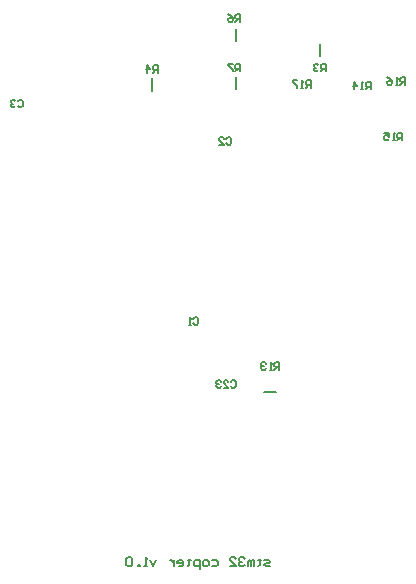
<source format=gbo>
G04 Layer_Color=32896*
%FSTAX24Y24*%
%MOIN*%
G70*
G01*
G75*
%ADD61C,0.0079*%
%ADD62C,0.0060*%
%ADD63C,0.0050*%
D61*
X047293Y02655D02*
X047707D01*
X04355Y036593D02*
Y037007D01*
X04635Y036643D02*
Y037057D01*
Y038243D02*
Y038657D01*
X04915Y037743D02*
Y038157D01*
D62*
X0475Y02075D02*
X04735D01*
X0473Y0208D01*
X04735Y02085D01*
X04745D01*
X0475Y0209D01*
X04745Y02095D01*
X0473D01*
X04715Y021D02*
Y02095D01*
X0472D01*
X0471D01*
X04715D01*
Y0208D01*
X0471Y02075D01*
X04695D02*
Y02095D01*
X0469D01*
X04685Y0209D01*
Y02075D01*
Y0209D01*
X0468Y02095D01*
X04675Y0209D01*
Y02075D01*
X04665Y021D02*
X0466Y02105D01*
X0465D01*
X04645Y021D01*
Y02095D01*
X0465Y0209D01*
X04655D01*
X0465D01*
X04645Y02085D01*
Y0208D01*
X0465Y02075D01*
X0466D01*
X04665Y0208D01*
X04615Y02075D02*
X04635D01*
X04615Y02095D01*
Y021D01*
X0462Y02105D01*
X0463D01*
X04635Y021D01*
X045551Y02095D02*
X045701D01*
X045751Y0209D01*
Y0208D01*
X045701Y02075D01*
X045551D01*
X045401D02*
X045301D01*
X045251Y0208D01*
Y0209D01*
X045301Y02095D01*
X045401D01*
X045451Y0209D01*
Y0208D01*
X045401Y02075D01*
X045151Y02065D02*
Y02095D01*
X045001D01*
X044951Y0209D01*
Y0208D01*
X045001Y02075D01*
X045151D01*
X044801Y021D02*
Y02095D01*
X044851D01*
X044751D01*
X044801D01*
Y0208D01*
X044751Y02075D01*
X044451D02*
X044551D01*
X044601Y0208D01*
Y0209D01*
X044551Y02095D01*
X044451D01*
X044401Y0209D01*
Y02085D01*
X044601D01*
X044301Y02095D02*
Y02075D01*
Y02085D01*
X044251Y0209D01*
X044201Y02095D01*
X044151D01*
X043701D02*
X043601Y02075D01*
X043501Y02095D01*
X043401Y02075D02*
X043301D01*
X043351D01*
Y02105D01*
X043401Y021D01*
X043151Y02075D02*
Y0208D01*
X043101D01*
Y02075D01*
X043151D01*
X042901Y021D02*
X042852Y02105D01*
X042752D01*
X042702Y021D01*
Y0208D01*
X042752Y02075D01*
X042852D01*
X042901Y0208D01*
Y021D01*
D63*
X04375Y0372D02*
Y03744D01*
X04363D01*
X04359Y0374D01*
Y03732D01*
X04363Y03728D01*
X04375D01*
X04367D02*
X04359Y0372D01*
X04339D02*
Y03744D01*
X04351Y03732D01*
X04335D01*
X04494Y029D02*
X04498Y02904D01*
X04506D01*
X0451Y029D01*
Y02884D01*
X04506Y0288D01*
X04498D01*
X04494Y02884D01*
X04486Y0288D02*
X04478D01*
X04482D01*
Y02904D01*
X04486Y029D01*
X04604Y035D02*
X04608Y03504D01*
X04616D01*
X0462Y035D01*
Y03484D01*
X04616Y0348D01*
X04608D01*
X04604Y03484D01*
X0458Y0348D02*
X04596D01*
X0458Y03496D01*
Y035D01*
X04584Y03504D01*
X04592D01*
X04596Y035D01*
X03909Y03625D02*
X03913Y03629D01*
X03921D01*
X03925Y03625D01*
Y03609D01*
X03921Y03605D01*
X03913D01*
X03909Y03609D01*
X03901Y03625D02*
X03897Y03629D01*
X03889D01*
X03885Y03625D01*
Y03621D01*
X03889Y03617D01*
X03893D01*
X03889D01*
X03885Y03613D01*
Y03609D01*
X03889Y03605D01*
X03897D01*
X03901Y03609D01*
X04619Y0269D02*
X04623Y02694D01*
X04631D01*
X04635Y0269D01*
Y02674D01*
X04631Y0267D01*
X04623D01*
X04619Y02674D01*
X04595Y0267D02*
X04611D01*
X04595Y02686D01*
Y0269D01*
X04599Y02694D01*
X04607D01*
X04611Y0269D01*
X04587D02*
X04583Y02694D01*
X04575D01*
X04571Y0269D01*
Y02686D01*
X04575Y02682D01*
X04579D01*
X04575D01*
X04571Y02678D01*
Y02674D01*
X04575Y0267D01*
X04583D01*
X04587Y02674D01*
X04935Y03725D02*
Y03749D01*
X04923D01*
X04919Y03745D01*
Y03737D01*
X04923Y03733D01*
X04935D01*
X04927D02*
X04919Y03725D01*
X04911Y03745D02*
X04907Y03749D01*
X04899D01*
X04895Y03745D01*
Y03741D01*
X04899Y03737D01*
X04903D01*
X04899D01*
X04895Y03733D01*
Y03729D01*
X04899Y03725D01*
X04907D01*
X04911Y03729D01*
X0465Y0389D02*
Y03914D01*
X04638D01*
X04634Y0391D01*
Y03902D01*
X04638Y03898D01*
X0465D01*
X04642D02*
X04634Y0389D01*
X0461Y03914D02*
X04618Y0391D01*
X04626Y03902D01*
Y03894D01*
X04622Y0389D01*
X04614D01*
X0461Y03894D01*
Y03898D01*
X04614Y03902D01*
X04626D01*
X0465Y03725D02*
Y03749D01*
X04638D01*
X04634Y03745D01*
Y03737D01*
X04638Y03733D01*
X0465D01*
X04642D02*
X04634Y03725D01*
X04626Y03749D02*
X0461D01*
Y03745D01*
X04626Y03729D01*
Y03725D01*
X0478Y0273D02*
Y02754D01*
X04768D01*
X04764Y0275D01*
Y02742D01*
X04768Y02738D01*
X0478D01*
X04772D02*
X04764Y0273D01*
X04756D02*
X04748D01*
X04752D01*
Y02754D01*
X04756Y0275D01*
X04736D02*
X04732Y02754D01*
X04724D01*
X0472Y0275D01*
Y02746D01*
X04724Y02742D01*
X04728D01*
X04724D01*
X0472Y02738D01*
Y02734D01*
X04724Y0273D01*
X04732D01*
X04736Y02734D01*
X05085Y03665D02*
Y03689D01*
X05073D01*
X05069Y03685D01*
Y03677D01*
X05073Y03673D01*
X05085D01*
X05077D02*
X05069Y03665D01*
X05061D02*
X05053D01*
X05057D01*
Y03689D01*
X05061Y03685D01*
X05029Y03665D02*
Y03689D01*
X05041Y03677D01*
X05025D01*
X0519Y03495D02*
Y03519D01*
X05178D01*
X05174Y03515D01*
Y03507D01*
X05178Y03503D01*
X0519D01*
X05182D02*
X05174Y03495D01*
X05166D02*
X05158D01*
X05162D01*
Y03519D01*
X05166Y03515D01*
X0513Y03519D02*
X05146D01*
Y03507D01*
X05138Y03511D01*
X05134D01*
X0513Y03507D01*
Y03499D01*
X05134Y03495D01*
X05142D01*
X05146Y03499D01*
X052Y0368D02*
Y03704D01*
X05188D01*
X05184Y037D01*
Y03692D01*
X05188Y03688D01*
X052D01*
X05192D02*
X05184Y0368D01*
X05176D02*
X05168D01*
X05172D01*
Y03704D01*
X05176Y037D01*
X0514Y03704D02*
X05148Y037D01*
X05156Y03692D01*
Y03684D01*
X05152Y0368D01*
X05144D01*
X0514Y03684D01*
Y03688D01*
X05144Y03692D01*
X05156D01*
X04885Y0367D02*
Y03694D01*
X04873D01*
X04869Y0369D01*
Y03682D01*
X04873Y03678D01*
X04885D01*
X04877D02*
X04869Y0367D01*
X04861D02*
X04853D01*
X04857D01*
Y03694D01*
X04861Y0369D01*
X04841Y03694D02*
X04825D01*
Y0369D01*
X04841Y03674D01*
Y0367D01*
M02*

</source>
